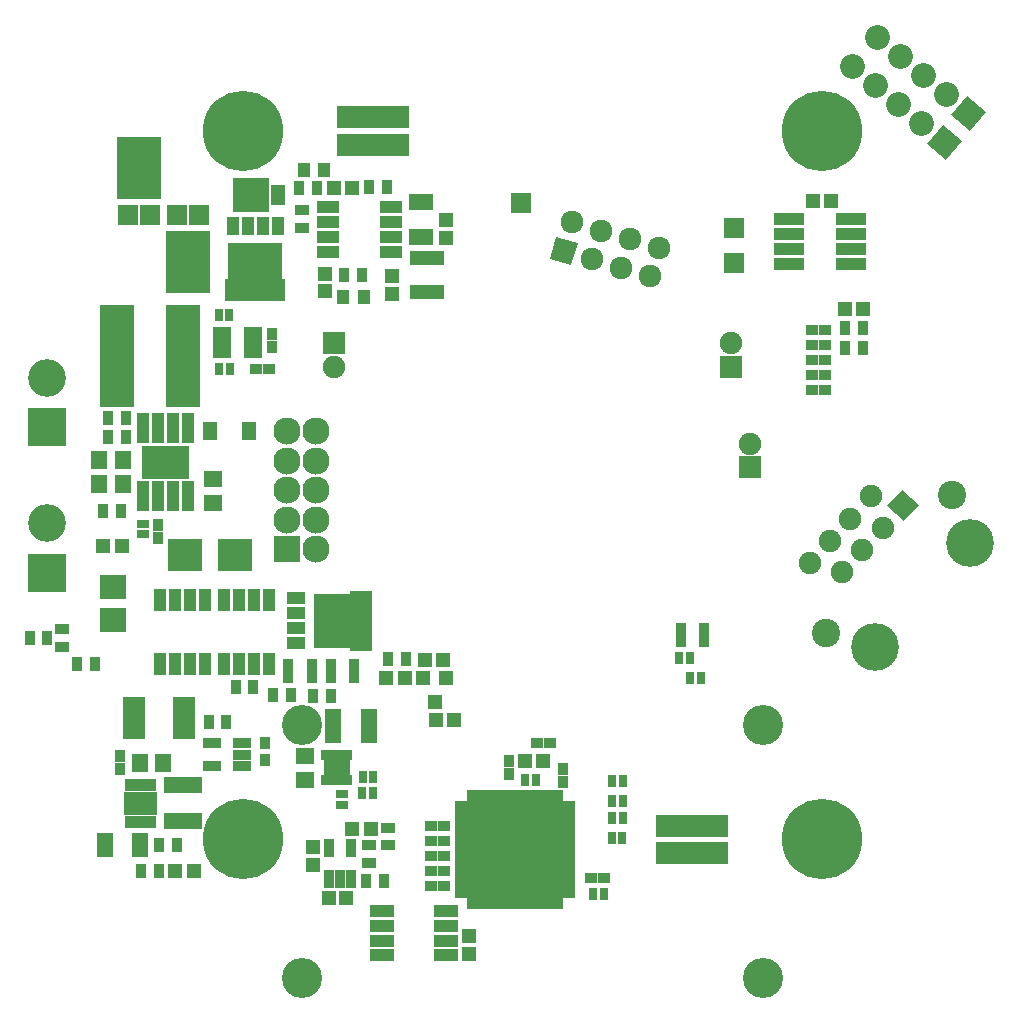
<source format=gbs>
G04 #@! TF.FileFunction,Soldermask,Bot*
%FSLAX46Y46*%
G04 Gerber Fmt 4.6, Leading zero omitted, Abs format (unit mm)*
G04 Created by KiCad (PCBNEW 4.0.4-stable) date 03/07/17 08:31:43*
%MOMM*%
%LPD*%
G01*
G04 APERTURE LIST*
%ADD10C,0.100000*%
%ADD11C,2.100000*%
%ADD12R,1.300000X0.900000*%
%ADD13R,3.200000X3.200000*%
%ADD14C,3.200000*%
%ADD15R,0.600000X1.840000*%
%ADD16R,0.700000X1.250000*%
%ADD17R,1.250000X0.700000*%
%ADD18R,2.237500X2.237500*%
%ADD19R,0.800000X1.000000*%
%ADD20R,1.200000X1.150000*%
%ADD21R,3.760000X5.260000*%
%ADD22R,1.790000X1.800000*%
%ADD23R,2.000000X1.000000*%
%ADD24R,1.000000X1.200000*%
%ADD25R,1.949400X0.999440*%
%ADD26R,0.900000X1.300000*%
%ADD27R,1.900000X5.100000*%
%ADD28R,3.500000X4.600000*%
%ADD29R,1.550000X1.100000*%
%ADD30R,1.900000X1.900000*%
%ADD31C,1.900000*%
%ADD32R,3.190000X1.420000*%
%ADD33R,1.400000X2.000000*%
%ADD34R,0.900000X1.000000*%
%ADD35R,0.700000X1.050000*%
%ADD36R,1.640000X1.175000*%
%ADD37R,1.400000X1.650000*%
%ADD38R,2.300000X2.300000*%
%ADD39C,2.300000*%
%ADD40R,2.900000X2.700000*%
%ADD41R,1.150000X1.200000*%
%ADD42R,2.000000X1.400000*%
%ADD43R,1.300000X1.600000*%
%ADD44R,0.950000X1.000000*%
%ADD45R,1.200000X1.200000*%
%ADD46R,3.070000X2.940000*%
%ADD47R,1.162000X1.670000*%
%ADD48R,2.200860X1.997660*%
%ADD49R,1.900000X3.600000*%
%ADD50R,0.948640X1.598880*%
%ADD51C,6.800000*%
%ADD52R,5.100000X1.900000*%
%ADD53R,4.600000X3.500000*%
%ADD54R,1.100000X1.550000*%
%ADD55R,1.000000X0.800000*%
%ADD56R,2.200000X1.600000*%
%ADD57R,1.000000X2.600000*%
%ADD58R,0.950100X0.650380*%
%ADD59R,1.598880X0.948640*%
%ADD60R,0.999440X1.949400*%
%ADD61R,2.599640X0.999440*%
%ADD62R,1.650000X1.400000*%
%ADD63R,3.000000X8.600000*%
%ADD64R,1.400000X2.900000*%
%ADD65R,1.200000X1.300000*%
%ADD66R,1.000000X0.900000*%
%ADD67R,1.620000X0.800000*%
%ADD68R,2.900000X1.300000*%
%ADD69C,3.400000*%
%ADD70C,4.050000*%
%ADD71C,2.400000*%
%ADD72R,1.750000X1.750000*%
%ADD73R,2.300000X1.500000*%
%ADD74R,0.800000X0.900000*%
%ADD75C,1.924000*%
G04 APERTURE END LIST*
D10*
G36*
X183461879Y-77497316D02*
X181853185Y-76147462D01*
X183203039Y-74538768D01*
X184811733Y-75888622D01*
X183461879Y-77497316D01*
X183461879Y-77497316D01*
G37*
D11*
X181386706Y-74385361D02*
X181386706Y-74385361D01*
X179440953Y-72752681D02*
X179440953Y-72752681D01*
X177495200Y-71120000D02*
X177495200Y-71120000D01*
X175549447Y-69487320D02*
X175549447Y-69487320D01*
D10*
G36*
X185549420Y-75037674D02*
X183940726Y-73687820D01*
X185290580Y-72079126D01*
X186899274Y-73428980D01*
X185549420Y-75037674D01*
X185549420Y-75037674D01*
G37*
D11*
X183474247Y-71925719D02*
X183474247Y-71925719D01*
X181528494Y-70293039D02*
X181528494Y-70293039D01*
X179582741Y-68660358D02*
X179582741Y-68660358D01*
X177636988Y-67027678D02*
X177636988Y-67027678D01*
D12*
X128925000Y-81750000D03*
X128925000Y-83250000D03*
D13*
X107340400Y-100110400D03*
D14*
X107340400Y-95910400D03*
D15*
X159200000Y-136173600D03*
X159200000Y-133833600D03*
X159600000Y-136173600D03*
X159600000Y-133833600D03*
X160000000Y-136173600D03*
X160000000Y-133833600D03*
X160400000Y-136173600D03*
X160400000Y-133833600D03*
X160800000Y-136173600D03*
X160800000Y-133833600D03*
X161200000Y-136173600D03*
X161200000Y-133833600D03*
X161600000Y-136173600D03*
X161600000Y-133833600D03*
X162000000Y-136173600D03*
X162000000Y-133833600D03*
X162400000Y-136173600D03*
X162400000Y-133833600D03*
X162800000Y-136173600D03*
X162800000Y-133833600D03*
X163200000Y-136173600D03*
X163200000Y-133833600D03*
X163600000Y-136173600D03*
X163600000Y-133833600D03*
X164000000Y-136173600D03*
X164000000Y-133833600D03*
X164400000Y-136173600D03*
X164400000Y-133833600D03*
X164800000Y-136173600D03*
X164800000Y-133833600D03*
D16*
X150750000Y-140300000D03*
X150250000Y-140300000D03*
X149750000Y-140300000D03*
X149250000Y-140300000D03*
X148750000Y-140300000D03*
X148250000Y-140300000D03*
X147750000Y-140300000D03*
X147250000Y-140300000D03*
X146750000Y-140300000D03*
X146250000Y-140300000D03*
X145750000Y-140300000D03*
X145250000Y-140300000D03*
X144750000Y-140300000D03*
X144250000Y-140300000D03*
X143750000Y-140300000D03*
X143250000Y-140300000D03*
D17*
X142550000Y-139600000D03*
X142550000Y-139100000D03*
X142550000Y-138600000D03*
X142550000Y-138100000D03*
X142550000Y-137600000D03*
X142550000Y-137100000D03*
X142550000Y-136600000D03*
X142550000Y-136100000D03*
X142550000Y-135600000D03*
X142550000Y-135100000D03*
X142550000Y-134600000D03*
X142550000Y-134100000D03*
X142550000Y-133600000D03*
X142550000Y-133100000D03*
X142550000Y-132600000D03*
X142550000Y-132100000D03*
D16*
X143250000Y-131400000D03*
X143750000Y-131400000D03*
X144250000Y-131400000D03*
X144750000Y-131400000D03*
X145250000Y-131400000D03*
X145750000Y-131400000D03*
X146250000Y-131400000D03*
X146750000Y-131400000D03*
X147250000Y-131400000D03*
X147750000Y-131400000D03*
X148250000Y-131400000D03*
X148750000Y-131400000D03*
X149250000Y-131400000D03*
X149750000Y-131400000D03*
X150250000Y-131400000D03*
X150750000Y-131400000D03*
D17*
X151450000Y-132100000D03*
X151450000Y-132600000D03*
X151450000Y-133100000D03*
X151450000Y-133600000D03*
X151450000Y-134100000D03*
X151450000Y-134600000D03*
X151450000Y-135100000D03*
X151450000Y-135600000D03*
X151450000Y-136100000D03*
X151450000Y-136600000D03*
X151450000Y-137100000D03*
X151450000Y-137600000D03*
X151450000Y-138100000D03*
X151450000Y-138600000D03*
X151450000Y-139100000D03*
X151450000Y-139600000D03*
D18*
X144243750Y-133093750D03*
X146081250Y-133093750D03*
X147918750Y-133093750D03*
X149756250Y-133093750D03*
X144243750Y-134931250D03*
X146081250Y-134931250D03*
X147918750Y-134931250D03*
X149756250Y-134931250D03*
X144243750Y-136768750D03*
X146081250Y-136768750D03*
X147918750Y-136768750D03*
X149756250Y-136768750D03*
X144243750Y-138606250D03*
X146081250Y-138606250D03*
X147918750Y-138606250D03*
X149756250Y-138606250D03*
D19*
X153625000Y-139600000D03*
X154525000Y-139600000D03*
D20*
X147875000Y-128350000D03*
X149375000Y-128350000D03*
D19*
X148750000Y-129975000D03*
X147850000Y-129975000D03*
X156125000Y-133200000D03*
X155225000Y-133200000D03*
X156150000Y-130025000D03*
X155250000Y-130025000D03*
X156100000Y-134900000D03*
X155200000Y-134900000D03*
X156150000Y-131725000D03*
X155250000Y-131725000D03*
D21*
X119300000Y-86125000D03*
D22*
X120220000Y-82143000D03*
X118380000Y-82143000D03*
D23*
X141150000Y-144825000D03*
X135750000Y-144825000D03*
X141150000Y-143575000D03*
X141150000Y-142325000D03*
X141150000Y-141075000D03*
X135750000Y-143575000D03*
X135750000Y-142325000D03*
X135750000Y-141075000D03*
D24*
X129150000Y-78350000D03*
X130850000Y-78350000D03*
D25*
X131135140Y-85305000D03*
X131135140Y-84035000D03*
X131135140Y-82765000D03*
X131135140Y-81495000D03*
X136532640Y-81495000D03*
X136532640Y-82765000D03*
X136532640Y-84035000D03*
X136532640Y-85305000D03*
D26*
X129900000Y-122900000D03*
X131400000Y-122900000D03*
D27*
X133975000Y-116500000D03*
D28*
X131675000Y-116500000D03*
D29*
X128500000Y-118400000D03*
X128500000Y-117130000D03*
X128500000Y-115860000D03*
X128500000Y-114590000D03*
D30*
X166900000Y-103500000D03*
D31*
X166900000Y-101500000D03*
D32*
X118872000Y-133415000D03*
X118872000Y-130429000D03*
D33*
X115268000Y-135509000D03*
X112268000Y-135509000D03*
D34*
X113538000Y-129032000D03*
X113538000Y-127932000D03*
D35*
X116301000Y-133496500D03*
X115801000Y-133496500D03*
X115301000Y-133496500D03*
X114801000Y-133496500D03*
X114301000Y-133496500D03*
X114301000Y-130396500D03*
X114801000Y-130396500D03*
X115301000Y-130396500D03*
X115801000Y-130396500D03*
X116301000Y-130396500D03*
D36*
X114681000Y-131559000D03*
X115921000Y-131559000D03*
X114681000Y-132334000D03*
X115921000Y-132334000D03*
D26*
X116852000Y-135509000D03*
X118352000Y-135509000D03*
D37*
X111776000Y-104907000D03*
X113776000Y-104907000D03*
D38*
X127675000Y-110457000D03*
D39*
X127675000Y-107957000D03*
X127675000Y-105457000D03*
X127675000Y-102957000D03*
X127675000Y-100457000D03*
X130175000Y-110457000D03*
X130175000Y-107957000D03*
X130175000Y-105457000D03*
X130175000Y-102957000D03*
X130175000Y-100457000D03*
D40*
X119024000Y-110887000D03*
X123324000Y-110887000D03*
D41*
X129921000Y-135648000D03*
X129921000Y-137148000D03*
D20*
X131215000Y-139954000D03*
X132715000Y-139954000D03*
X173762800Y-80924400D03*
X172262800Y-80924400D03*
D42*
X139075000Y-84000000D03*
X139075000Y-81000000D03*
D41*
X141125000Y-84050000D03*
X141125000Y-82550000D03*
X136625000Y-88800000D03*
X136625000Y-87300000D03*
D20*
X131700000Y-79850000D03*
X133200000Y-79850000D03*
D41*
X130875000Y-88600000D03*
X130875000Y-87100000D03*
D43*
X121159000Y-100387000D03*
X124459000Y-100387000D03*
D44*
X125857000Y-128270000D03*
X125857000Y-126870000D03*
D45*
X134785000Y-134112000D03*
X133185000Y-134112000D03*
X112149000Y-110162000D03*
X113749000Y-110162000D03*
X119837000Y-137668000D03*
X118237000Y-137668000D03*
D24*
X132475000Y-89050000D03*
X134175000Y-89050000D03*
D46*
X124625000Y-80425000D03*
D47*
X126976000Y-80425000D03*
D48*
X113000000Y-116439720D03*
X113000000Y-113600000D03*
D49*
X114750000Y-124725000D03*
X118950000Y-124725000D03*
D50*
X133156960Y-138330940D03*
X132207000Y-138330940D03*
X131257040Y-138330940D03*
X131257040Y-135735060D03*
X133156960Y-135735060D03*
D51*
X173001100Y-135003600D03*
X124001100Y-135003600D03*
X124001100Y-75003600D03*
X173001100Y-75003600D03*
D52*
X125025000Y-88525000D03*
D53*
X125025000Y-86225000D03*
D54*
X123125000Y-83050000D03*
X124395000Y-83050000D03*
X125665000Y-83050000D03*
X126935000Y-83050000D03*
D12*
X108675000Y-117200000D03*
X108675000Y-118700000D03*
D26*
X109950000Y-120125000D03*
X111450000Y-120125000D03*
D55*
X115474000Y-108287000D03*
X115474000Y-109187000D03*
D26*
X105900000Y-117950000D03*
X107400000Y-117950000D03*
X122550000Y-125050000D03*
X121050000Y-125050000D03*
D12*
X136271000Y-135509000D03*
X136271000Y-134009000D03*
D26*
X113624000Y-107237000D03*
X112124000Y-107237000D03*
D12*
X134620000Y-135509000D03*
X134620000Y-137009000D03*
D26*
X128016000Y-122809000D03*
X126516000Y-122809000D03*
X115340000Y-137668000D03*
X116840000Y-137668000D03*
X136250000Y-119725000D03*
X137750000Y-119725000D03*
X123350000Y-122100000D03*
X124850000Y-122100000D03*
X132525000Y-87200000D03*
X134025000Y-87200000D03*
X134625000Y-79800000D03*
X136125000Y-79800000D03*
X128700000Y-79850000D03*
X130200000Y-79850000D03*
D56*
X116524000Y-102487000D03*
X116524000Y-103687000D03*
X118324000Y-102487000D03*
D57*
X119329000Y-105962000D03*
X118059000Y-105962000D03*
X116789000Y-105962000D03*
X115519000Y-105962000D03*
X115519000Y-100212000D03*
X116789000Y-100212000D03*
X118059000Y-100212000D03*
X119329000Y-100212000D03*
D56*
X118324000Y-103687000D03*
D58*
X133401520Y-120099520D03*
X131400000Y-120749760D03*
X133401520Y-121400000D03*
X133401520Y-120749760D03*
X131400000Y-121400000D03*
X131400000Y-120099520D03*
D59*
X123922940Y-126875040D03*
X123922940Y-127825000D03*
X123922940Y-128774960D03*
X121327060Y-128774960D03*
X121327060Y-126875040D03*
D60*
X120744000Y-120118860D03*
X119474000Y-120118860D03*
X118204000Y-120118860D03*
X116934000Y-120118860D03*
X116934000Y-114721360D03*
X118204000Y-114721360D03*
X119474000Y-114721360D03*
X120744000Y-114721360D03*
D58*
X129801520Y-120099520D03*
X127800000Y-120749760D03*
X129801520Y-121400000D03*
X129801520Y-120749760D03*
X127800000Y-121400000D03*
X127800000Y-120099520D03*
D60*
X126205000Y-120118860D03*
X124935000Y-120118860D03*
X123665000Y-120118860D03*
X122395000Y-120118860D03*
X122395000Y-114721360D03*
X123665000Y-114721360D03*
X124935000Y-114721360D03*
X126205000Y-114721360D03*
D61*
X175427640Y-82499200D03*
X175427640Y-83769200D03*
X175427640Y-85039200D03*
X175427640Y-86309200D03*
X170230800Y-86309200D03*
X170230800Y-85039200D03*
X170230800Y-83769200D03*
X170230800Y-82499200D03*
D37*
X117221000Y-128524000D03*
X115221000Y-128524000D03*
D34*
X116774000Y-108387000D03*
X116774000Y-109487000D03*
D62*
X121412000Y-104521000D03*
X121412000Y-106521000D03*
D37*
X111776000Y-102870000D03*
X113776000Y-102870000D03*
D63*
X113300000Y-94100000D03*
X118900000Y-94100000D03*
D26*
X112534000Y-99314000D03*
X114034000Y-99314000D03*
X114034000Y-100965000D03*
X112534000Y-100965000D03*
D20*
X176470448Y-90076400D03*
X174970448Y-90076400D03*
D26*
X174970448Y-93378400D03*
X176470448Y-93378400D03*
X174970448Y-91702000D03*
X176470448Y-91702000D03*
D62*
X129225000Y-129950000D03*
X129225000Y-127950000D03*
D64*
X134620000Y-125425000D03*
X131620000Y-125425000D03*
D41*
X143125000Y-143200000D03*
X143125000Y-144700000D03*
D19*
X134990000Y-129718000D03*
X134090000Y-129718000D03*
X134979000Y-131115000D03*
X134079000Y-131115000D03*
D55*
X132325000Y-132075000D03*
X132325000Y-131175000D03*
D20*
X141800000Y-124900000D03*
X140300000Y-124900000D03*
X140900000Y-119775000D03*
X139400000Y-119775000D03*
D45*
X136100000Y-121375000D03*
X137700000Y-121375000D03*
D19*
X161824200Y-119630930D03*
X160924200Y-119630930D03*
X161824200Y-121330930D03*
X162724200Y-121330930D03*
D65*
X139250000Y-121375000D03*
X141150000Y-121375000D03*
X140200000Y-123375000D03*
D58*
X161015680Y-118353840D03*
X163017200Y-117703600D03*
X161015680Y-117053360D03*
X161015680Y-117703600D03*
X163017200Y-117053360D03*
X163017200Y-118353840D03*
D30*
X131700000Y-93000000D03*
D31*
X131700000Y-95000000D03*
D21*
X115150000Y-78150000D03*
D22*
X114230000Y-82132000D03*
X116070000Y-82132000D03*
D26*
X135890000Y-138557000D03*
X134390000Y-138557000D03*
D34*
X126400000Y-92200000D03*
X126400000Y-93300000D03*
D66*
X125050000Y-95200000D03*
X126150000Y-95200000D03*
D19*
X122850000Y-95200000D03*
X121950000Y-95200000D03*
X121900000Y-90600000D03*
X122800000Y-90600000D03*
D30*
X165300000Y-95000000D03*
D31*
X165300000Y-93000000D03*
D67*
X124810000Y-91925000D03*
X124810000Y-92575000D03*
X124810000Y-93225000D03*
X124810000Y-93875000D03*
X122190000Y-93875000D03*
X122190000Y-93225000D03*
X122190000Y-92575000D03*
X122190000Y-91925000D03*
D68*
X139525000Y-85750000D03*
X139525000Y-88650000D03*
D69*
X168021000Y-125343000D03*
X168021000Y-146703000D03*
X129001000Y-146703000D03*
X129001000Y-125343000D03*
D66*
X173228000Y-91846400D03*
X172128000Y-91846400D03*
X173228000Y-96926400D03*
X172128000Y-96926400D03*
X173228000Y-95656400D03*
X172128000Y-95656400D03*
X173228000Y-94386400D03*
X172128000Y-94386400D03*
X173228000Y-93116400D03*
X172128000Y-93116400D03*
D13*
X107340400Y-112454800D03*
D14*
X107340400Y-108254800D03*
D15*
X137802200Y-73833600D03*
X137802200Y-76173600D03*
X137402200Y-73833600D03*
X137402200Y-76173600D03*
X137002200Y-73833600D03*
X137002200Y-76173600D03*
X136602200Y-73833600D03*
X136602200Y-76173600D03*
X136202200Y-73833600D03*
X136202200Y-76173600D03*
X135802200Y-73833600D03*
X135802200Y-76173600D03*
X135402200Y-73833600D03*
X135402200Y-76173600D03*
X135002200Y-73833600D03*
X135002200Y-76173600D03*
X134602200Y-73833600D03*
X134602200Y-76173600D03*
X134202200Y-73833600D03*
X134202200Y-76173600D03*
X133802200Y-73833600D03*
X133802200Y-76173600D03*
X133402200Y-73833600D03*
X133402200Y-76173600D03*
X133002200Y-73833600D03*
X133002200Y-76173600D03*
X132602200Y-73833600D03*
X132602200Y-76173600D03*
X132202200Y-73833600D03*
X132202200Y-76173600D03*
D34*
X146500000Y-128375000D03*
X146500000Y-129475000D03*
D66*
X140950000Y-133875000D03*
X139850000Y-133875000D03*
X148900000Y-126875000D03*
X150000000Y-126875000D03*
X140950000Y-135150000D03*
X139850000Y-135150000D03*
X153425000Y-138300000D03*
X154525000Y-138300000D03*
X140950000Y-136425000D03*
X139850000Y-136425000D03*
X140950000Y-137700000D03*
X139850000Y-137700000D03*
X140950000Y-138975000D03*
X139850000Y-138975000D03*
D34*
X151050000Y-130125000D03*
X151050000Y-129025000D03*
D70*
X177504083Y-118687568D03*
X185523338Y-109936086D03*
D10*
G36*
X179776395Y-105402407D02*
X181177222Y-106686028D01*
X179893601Y-108086855D01*
X178492774Y-106803234D01*
X179776395Y-105402407D01*
X179776395Y-105402407D01*
G37*
D31*
X177104314Y-105964974D03*
X178118999Y-108617315D03*
X175388315Y-107837659D03*
X176403000Y-110490000D03*
X173672316Y-109710343D03*
X174687001Y-112362684D03*
X171956317Y-111583027D03*
D71*
X173322051Y-117493526D03*
X183962597Y-105881408D03*
D72*
X165506400Y-83210400D03*
X165525000Y-86175000D03*
X147500000Y-81125000D03*
D73*
X131905000Y-128924244D03*
D74*
X132855000Y-129974244D03*
X132230000Y-129974244D03*
X131580000Y-129974244D03*
X130955000Y-129974244D03*
X130955000Y-127874244D03*
X131580000Y-127874244D03*
X132230000Y-127874244D03*
X132855000Y-127874244D03*
D10*
G36*
X151771961Y-86374010D02*
X149927192Y-85827565D01*
X150473637Y-83982796D01*
X152318406Y-84529241D01*
X151771961Y-86374010D01*
X151771961Y-86374010D01*
G37*
D75*
X151844198Y-82743001D03*
X153558201Y-85899802D03*
X154279600Y-83464400D03*
X155993603Y-86621201D03*
X156715002Y-84185799D03*
X158429005Y-87342600D03*
X159150404Y-84907198D03*
M02*

</source>
